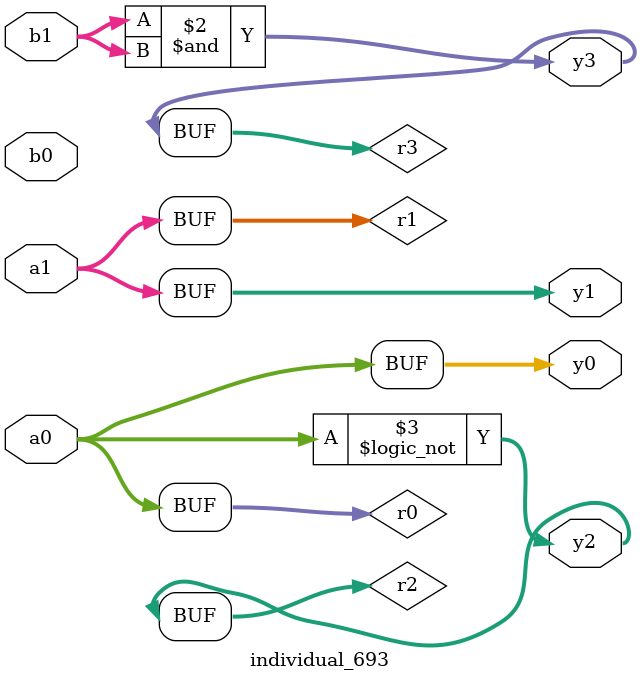
<source format=sv>
module individual_693(input logic [15:0] a1, input logic [15:0] a0, input logic [15:0] b1, input logic [15:0] b0, output logic [15:0] y3, output logic [15:0] y2, output logic [15:0] y1, output logic [15:0] y0);
logic [15:0] r0, r1, r2, r3; 
 always@(*) begin 
	 r0 = a0; r1 = a1; r2 = b0; r3 = b1; 
 	 r3  &=  r3 ;
 	 r2 = ! a0 ;
 	 y3 = r3; y2 = r2; y1 = r1; y0 = r0; 
end
endmodule
</source>
